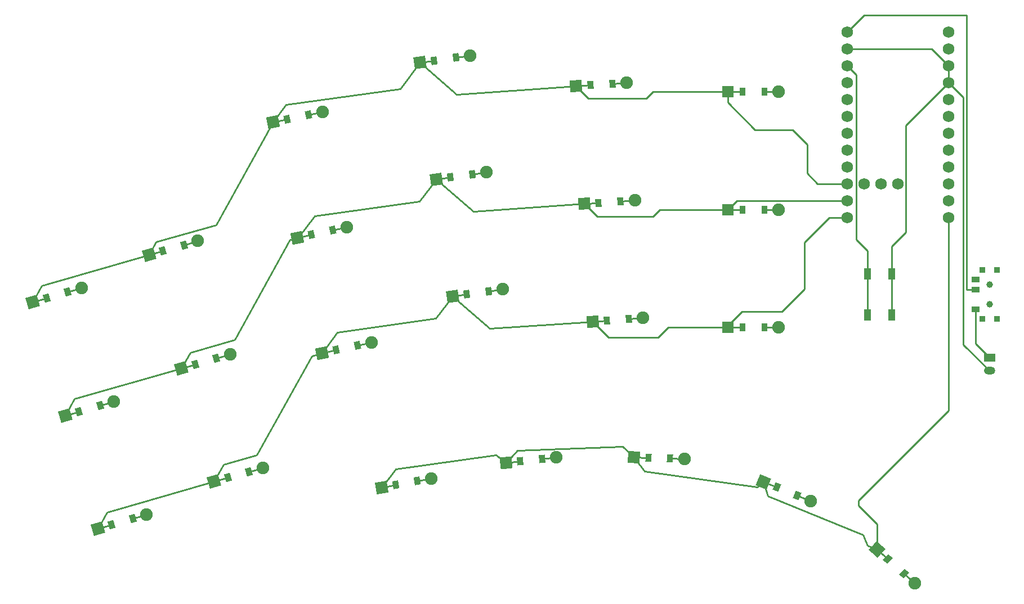
<source format=gbr>
%TF.GenerationSoftware,KiCad,Pcbnew,8.0.4*%
%TF.CreationDate,2024-08-02T12:22:31+01:00*%
%TF.ProjectId,left,6c656674-2e6b-4696-9361-645f70636258,v1.0.0*%
%TF.SameCoordinates,Original*%
%TF.FileFunction,Copper,L1,Top*%
%TF.FilePolarity,Positive*%
%FSLAX46Y46*%
G04 Gerber Fmt 4.6, Leading zero omitted, Abs format (unit mm)*
G04 Created by KiCad (PCBNEW 8.0.4) date 2024-08-02 12:22:31*
%MOMM*%
%LPD*%
G01*
G04 APERTURE LIST*
G04 Aperture macros list*
%AMRotRect*
0 Rectangle, with rotation*
0 The origin of the aperture is its center*
0 $1 length*
0 $2 width*
0 $3 Rotation angle, in degrees counterclockwise*
0 Add horizontal line*
21,1,$1,$2,0,0,$3*%
G04 Aperture macros list end*
%TA.AperFunction,SMDPad,CuDef*%
%ADD10RotRect,0.900000X1.200000X16.000000*%
%TD*%
%TA.AperFunction,ComponentPad*%
%ADD11RotRect,1.778000X1.778000X16.000000*%
%TD*%
%TA.AperFunction,ComponentPad*%
%ADD12C,1.905000*%
%TD*%
%TA.AperFunction,SMDPad,CuDef*%
%ADD13RotRect,0.900000X1.200000X12.000000*%
%TD*%
%TA.AperFunction,ComponentPad*%
%ADD14RotRect,1.778000X1.778000X12.000000*%
%TD*%
%TA.AperFunction,SMDPad,CuDef*%
%ADD15RotRect,0.900000X1.200000X8.000000*%
%TD*%
%TA.AperFunction,ComponentPad*%
%ADD16RotRect,1.778000X1.778000X8.000000*%
%TD*%
%TA.AperFunction,SMDPad,CuDef*%
%ADD17RotRect,0.900000X1.200000X4.000000*%
%TD*%
%TA.AperFunction,ComponentPad*%
%ADD18RotRect,1.778000X1.778000X4.000000*%
%TD*%
%TA.AperFunction,SMDPad,CuDef*%
%ADD19R,0.900000X1.200000*%
%TD*%
%TA.AperFunction,ComponentPad*%
%ADD20R,1.778000X1.778000*%
%TD*%
%TA.AperFunction,SMDPad,CuDef*%
%ADD21RotRect,0.900000X1.200000X10.000000*%
%TD*%
%TA.AperFunction,ComponentPad*%
%ADD22RotRect,1.778000X1.778000X10.000000*%
%TD*%
%TA.AperFunction,SMDPad,CuDef*%
%ADD23RotRect,0.900000X1.200000X6.000000*%
%TD*%
%TA.AperFunction,ComponentPad*%
%ADD24RotRect,1.778000X1.778000X6.000000*%
%TD*%
%TA.AperFunction,SMDPad,CuDef*%
%ADD25RotRect,0.900000X1.200000X358.000000*%
%TD*%
%TA.AperFunction,ComponentPad*%
%ADD26RotRect,1.778000X1.778000X358.000000*%
%TD*%
%TA.AperFunction,SMDPad,CuDef*%
%ADD27RotRect,0.900000X1.200000X338.000000*%
%TD*%
%TA.AperFunction,ComponentPad*%
%ADD28RotRect,1.778000X1.778000X338.000000*%
%TD*%
%TA.AperFunction,SMDPad,CuDef*%
%ADD29RotRect,0.900000X1.200000X318.000000*%
%TD*%
%TA.AperFunction,ComponentPad*%
%ADD30RotRect,1.778000X1.778000X318.000000*%
%TD*%
%TA.AperFunction,ComponentPad*%
%ADD31C,1.752600*%
%TD*%
%TA.AperFunction,ComponentPad*%
%ADD32R,1.700000X1.200000*%
%TD*%
%TA.AperFunction,ComponentPad*%
%ADD33O,1.700000X1.200000*%
%TD*%
%TA.AperFunction,SMDPad,CuDef*%
%ADD34R,1.100000X1.800000*%
%TD*%
%TA.AperFunction,WasherPad*%
%ADD35C,1.000000*%
%TD*%
%TA.AperFunction,SMDPad,CuDef*%
%ADD36R,1.250000X0.900000*%
%TD*%
%TA.AperFunction,SMDPad,CuDef*%
%ADD37R,0.900000X0.900000*%
%TD*%
%TA.AperFunction,Conductor*%
%ADD38C,0.250000*%
%TD*%
G04 APERTURE END LIST*
D10*
%TO.P,D1,1*%
%TO.N,P009*%
X131055871Y-170486643D03*
%TO.P,D1,2*%
%TO.N,first_bottom*%
X134228033Y-169577039D03*
D11*
%TO.P,D1,1*%
%TO.N,P009*%
X128979546Y-171082019D03*
D12*
%TO.P,D1,2*%
%TO.N,first_bottom*%
X136304358Y-168981663D03*
%TD*%
D10*
%TO.P,D2,1*%
%TO.N,P010*%
X126163308Y-153424255D03*
%TO.P,D2,2*%
%TO.N,first_home*%
X129335470Y-152514651D03*
D11*
%TO.P,D2,1*%
%TO.N,P010*%
X124086983Y-154019631D03*
D12*
%TO.P,D2,2*%
%TO.N,first_home*%
X131411795Y-151919275D03*
%TD*%
D10*
%TO.P,D3,1*%
%TO.N,P111*%
X121270748Y-136361862D03*
%TO.P,D3,2*%
%TO.N,first_top*%
X124442910Y-135452258D03*
D11*
%TO.P,D3,1*%
%TO.N,P111*%
X119194423Y-136957238D03*
D12*
%TO.P,D3,2*%
%TO.N,first_top*%
X126519235Y-134856882D03*
%TD*%
D10*
%TO.P,D4,1*%
%TO.N,P009*%
X148528249Y-163395928D03*
%TO.P,D4,2*%
%TO.N,second_bottom*%
X151700411Y-162486324D03*
D11*
%TO.P,D4,1*%
%TO.N,P009*%
X146451924Y-163991304D03*
D12*
%TO.P,D4,2*%
%TO.N,second_bottom*%
X153776736Y-161890948D03*
%TD*%
D10*
%TO.P,D5,1*%
%TO.N,P010*%
X143635697Y-146333526D03*
%TO.P,D5,2*%
%TO.N,second_home*%
X146807859Y-145423922D03*
D11*
%TO.P,D5,1*%
%TO.N,P010*%
X141559372Y-146928902D03*
D12*
%TO.P,D5,2*%
%TO.N,second_home*%
X148884184Y-144828546D03*
%TD*%
D10*
%TO.P,D6,1*%
%TO.N,P111*%
X138743128Y-129271127D03*
%TO.P,D6,2*%
%TO.N,second_top*%
X141915290Y-128361523D03*
D11*
%TO.P,D6,1*%
%TO.N,P111*%
X136666803Y-129866503D03*
D12*
%TO.P,D6,2*%
%TO.N,second_top*%
X143991615Y-127766147D03*
%TD*%
D13*
%TO.P,D7,1*%
%TO.N,P009*%
X164793069Y-144176806D03*
%TO.P,D7,2*%
%TO.N,third_bottom*%
X168020955Y-143490696D03*
D14*
%TO.P,D7,1*%
%TO.N,P009*%
X162680270Y-144625894D03*
D12*
%TO.P,D7,2*%
%TO.N,third_bottom*%
X170133754Y-143041608D03*
%TD*%
D13*
%TO.P,D8,1*%
%TO.N,P010*%
X161102643Y-126814694D03*
%TO.P,D8,2*%
%TO.N,third_home*%
X164330529Y-126128584D03*
D14*
%TO.P,D8,1*%
%TO.N,P010*%
X158989844Y-127263782D03*
D12*
%TO.P,D8,2*%
%TO.N,third_home*%
X166443328Y-125679496D03*
%TD*%
D13*
%TO.P,D9,1*%
%TO.N,P111*%
X157412209Y-109452563D03*
%TO.P,D9,2*%
%TO.N,third_top*%
X160640095Y-108766453D03*
D14*
%TO.P,D9,1*%
%TO.N,P111*%
X155299410Y-109901651D03*
D12*
%TO.P,D9,2*%
%TO.N,third_top*%
X162752894Y-108317365D03*
%TD*%
D15*
%TO.P,D10,1*%
%TO.N,P009*%
X184482531Y-135770963D03*
%TO.P,D10,2*%
%TO.N,fourth_bottom*%
X187750415Y-135311691D03*
D16*
%TO.P,D10,1*%
%TO.N,P009*%
X182343552Y-136071575D03*
D12*
%TO.P,D10,2*%
%TO.N,fourth_bottom*%
X189889394Y-135011079D03*
%TD*%
D15*
%TO.P,D11,1*%
%TO.N,P010*%
X182012208Y-118193699D03*
%TO.P,D11,2*%
%TO.N,fourth_home*%
X185280092Y-117734427D03*
D16*
%TO.P,D11,1*%
%TO.N,P010*%
X179873229Y-118494311D03*
D12*
%TO.P,D11,2*%
%TO.N,fourth_home*%
X187419071Y-117433815D03*
%TD*%
D15*
%TO.P,D12,1*%
%TO.N,P111*%
X179541886Y-100616438D03*
%TO.P,D12,2*%
%TO.N,fourth_top*%
X182809770Y-100157166D03*
D16*
%TO.P,D12,1*%
%TO.N,P111*%
X177402907Y-100917050D03*
D12*
%TO.P,D12,2*%
%TO.N,fourth_top*%
X184948749Y-99856554D03*
%TD*%
D17*
%TO.P,D13,1*%
%TO.N,P009*%
X205547132Y-139724968D03*
%TO.P,D13,2*%
%TO.N,fifth_bottom*%
X208839094Y-139494768D03*
D18*
%TO.P,D13,1*%
%TO.N,P009*%
X203392394Y-139875639D03*
D12*
%TO.P,D13,2*%
%TO.N,fifth_bottom*%
X210993832Y-139344097D03*
%TD*%
D17*
%TO.P,D14,1*%
%TO.N,P010*%
X204308960Y-122018208D03*
%TO.P,D14,2*%
%TO.N,fifth_home*%
X207600922Y-121788008D03*
D18*
%TO.P,D14,1*%
%TO.N,P010*%
X202154222Y-122168879D03*
D12*
%TO.P,D14,2*%
%TO.N,fifth_home*%
X209755660Y-121637337D03*
%TD*%
D17*
%TO.P,D15,1*%
%TO.N,P111*%
X203070780Y-104311438D03*
%TO.P,D15,2*%
%TO.N,fifth_top*%
X206362742Y-104081238D03*
D18*
%TO.P,D15,1*%
%TO.N,P111*%
X200916042Y-104462109D03*
D12*
%TO.P,D15,2*%
%TO.N,fifth_top*%
X208517480Y-103930567D03*
%TD*%
D19*
%TO.P,D16,1*%
%TO.N,P009*%
X225923647Y-140802129D03*
%TO.P,D16,2*%
%TO.N,sixth_bottom*%
X229223647Y-140802125D03*
D20*
%TO.P,D16,1*%
%TO.N,P009*%
X223763648Y-140802128D03*
D12*
%TO.P,D16,2*%
%TO.N,sixth_bottom*%
X231383646Y-140802126D03*
%TD*%
D19*
%TO.P,D17,1*%
%TO.N,P010*%
X225923651Y-123052136D03*
%TO.P,D17,2*%
%TO.N,sixth_home*%
X229223651Y-123052132D03*
D20*
%TO.P,D17,1*%
%TO.N,P010*%
X223763652Y-123052135D03*
D12*
%TO.P,D17,2*%
%TO.N,sixth_home*%
X231383650Y-123052133D03*
%TD*%
D19*
%TO.P,D18,1*%
%TO.N,P111*%
X225923656Y-105302138D03*
%TO.P,D18,2*%
%TO.N,sixth_top*%
X229223656Y-105302134D03*
D20*
%TO.P,D18,1*%
%TO.N,P111*%
X223763657Y-105302137D03*
D12*
%TO.P,D18,2*%
%TO.N,sixth_top*%
X231383655Y-105302135D03*
%TD*%
D21*
%TO.P,D19,1*%
%TO.N,P106*%
X173771376Y-164491750D03*
%TO.P,D19,2*%
%TO.N,first_only*%
X177021240Y-163918710D03*
D22*
%TO.P,D19,1*%
%TO.N,P106*%
X171644191Y-164866829D03*
D12*
%TO.P,D19,2*%
%TO.N,first_only*%
X179148425Y-163543631D03*
%TD*%
D23*
%TO.P,D20,1*%
%TO.N,P106*%
X192509020Y-160917860D03*
%TO.P,D20,2*%
%TO.N,second_only*%
X195790942Y-160572912D03*
D24*
%TO.P,D20,1*%
%TO.N,P106*%
X190360852Y-161143638D03*
D12*
%TO.P,D20,2*%
%TO.N,second_only*%
X197939110Y-160347134D03*
%TD*%
D25*
%TO.P,D21,1*%
%TO.N,P106*%
X211764402Y-160381541D03*
%TO.P,D21,2*%
%TO.N,third_only*%
X215062392Y-160496705D03*
D26*
%TO.P,D21,1*%
%TO.N,P106*%
X209605717Y-160306155D03*
D12*
%TO.P,D21,2*%
%TO.N,third_only*%
X217221077Y-160572091D03*
%TD*%
D27*
%TO.P,D22,1*%
%TO.N,P106*%
X231114469Y-164840716D03*
%TO.P,D22,2*%
%TO.N,fourth_only*%
X234174177Y-166076908D03*
D28*
%TO.P,D22,1*%
%TO.N,P106*%
X229111752Y-164031561D03*
D12*
%TO.P,D22,2*%
%TO.N,fourth_only*%
X236176894Y-166886063D03*
%TD*%
D29*
%TO.P,D23,1*%
%TO.N,P106*%
X247772463Y-175649060D03*
%TO.P,D23,2*%
%TO.N,fifth_only*%
X250224833Y-177857194D03*
D30*
%TO.P,D23,1*%
%TO.N,P106*%
X246167268Y-174203741D03*
D12*
%TO.P,D23,2*%
%TO.N,fifth_only*%
X251830028Y-179302513D03*
%TD*%
D31*
%TO.P,MCU1,1*%
%TO.N,P006*%
X256943657Y-96332138D03*
%TO.P,MCU1,2*%
%TO.N,P008*%
X256943656Y-98872131D03*
%TO.P,MCU1,3*%
%TO.N,GND*%
X256943656Y-101412133D03*
%TO.P,MCU1,4*%
X256943655Y-103952134D03*
%TO.P,MCU1,5*%
%TO.N,P017*%
X256943655Y-106492135D03*
%TO.P,MCU1,6*%
%TO.N,P020*%
X256943657Y-109032132D03*
%TO.P,MCU1,7*%
%TO.N,P022*%
X256943655Y-111572132D03*
%TO.P,MCU1,8*%
%TO.N,P024*%
X256943655Y-114112134D03*
%TO.P,MCU1,9*%
%TO.N,P100*%
X256943655Y-116652133D03*
%TO.P,MCU1,10*%
%TO.N,P011*%
X256943656Y-119192132D03*
%TO.P,MCU1,11*%
%TO.N,P104*%
X256943655Y-121732133D03*
%TO.P,MCU1,12*%
%TO.N,P106*%
X256943655Y-124272134D03*
%TO.P,MCU1,13*%
%TO.N,P009*%
X241703655Y-124272128D03*
%TO.P,MCU1,14*%
%TO.N,P010*%
X241703656Y-121732135D03*
%TO.P,MCU1,15*%
%TO.N,P111*%
X241703656Y-119192133D03*
%TO.P,MCU1,16*%
%TO.N,P113*%
X241703657Y-116652132D03*
%TO.P,MCU1,17*%
%TO.N,P115*%
X241703657Y-114112131D03*
%TO.P,MCU1,18*%
%TO.N,P002*%
X241703655Y-111572134D03*
%TO.P,MCU1,19*%
%TO.N,P029*%
X241703657Y-109032134D03*
%TO.P,MCU1,20*%
%TO.N,P031*%
X241703657Y-106492132D03*
%TO.P,MCU1,21*%
%TO.N,VCC*%
X241703657Y-103952133D03*
%TO.P,MCU1,22*%
%TO.N,RST*%
X241703656Y-101412134D03*
%TO.P,MCU1,23*%
%TO.N,GND*%
X241703657Y-98872133D03*
%TO.P,MCU1,24*%
%TO.N,RAW*%
X241703657Y-96332132D03*
%TO.P,MCU1,31*%
%TO.N,P101*%
X244243658Y-119192134D03*
%TO.P,MCU1,32*%
%TO.N,P102*%
X246783656Y-119192134D03*
%TO.P,MCU1,33*%
%TO.N,P107*%
X249323657Y-119192134D03*
%TD*%
D32*
%TO.P,JST1,1*%
%TO.N,pos*%
X263073648Y-145302129D03*
D33*
%TO.P,JST1,2*%
%TO.N,GND*%
X263073648Y-147302129D03*
%TD*%
D34*
%TO.P,B1,1*%
%TO.N,GND*%
X248423652Y-132702143D03*
X248423651Y-138902137D03*
%TO.P,B1,2*%
%TO.N,RST*%
X244723653Y-132702137D03*
X244723652Y-138902131D03*
%TD*%
D35*
%TO.P,T1,*%
%TO.N,*%
X263073645Y-137302138D03*
X263073647Y-134302138D03*
D36*
%TO.P,T1,1*%
%TO.N,pos*%
X260998648Y-138052138D03*
%TO.P,T1,2*%
%TO.N,RAW*%
X260998648Y-135052136D03*
%TO.P,T1,3*%
%TO.N,N/C*%
X260998646Y-133552138D03*
D37*
%TO.P,T1,*%
%TO.N,*%
X264173646Y-139502138D03*
X261973646Y-139502136D03*
X261973646Y-132102138D03*
X264173646Y-132102140D03*
%TD*%
D38*
%TO.N,P106*%
X244734557Y-173624889D02*
X246167267Y-174203739D01*
X244029604Y-171964122D02*
X244734557Y-173624889D01*
X229111762Y-164031552D02*
X229776390Y-166205448D01*
X229776390Y-166205448D02*
X244029604Y-171964122D01*
%TO.N,GND*%
X259157702Y-106166186D02*
X256943656Y-103952139D01*
X263073653Y-147302132D02*
X259157700Y-143386181D01*
X259157700Y-143386181D02*
X259157702Y-106166186D01*
X248423653Y-128585820D02*
X248423655Y-132702140D01*
X250524956Y-110370836D02*
X250524957Y-126484516D01*
X250524957Y-126484516D02*
X248423653Y-128585820D01*
X256943656Y-103952139D02*
X250524956Y-110370836D01*
X256943657Y-103952137D02*
X256943656Y-103952139D01*
X256943654Y-101412135D02*
X256943657Y-103952137D01*
X241703655Y-98872135D02*
X254403654Y-98872139D01*
X254403654Y-98872139D02*
X256943654Y-101412135D01*
%TO.N,RAW*%
X259607700Y-93801766D02*
X244234024Y-93801768D01*
X259607703Y-135001771D02*
X259607700Y-93801766D01*
X259658071Y-135052136D02*
X259607703Y-135001771D01*
X260998650Y-135052134D02*
X259658071Y-135052136D01*
X244234024Y-93801768D02*
X241703659Y-96332134D01*
%TO.N,pos*%
X260998649Y-143227132D02*
X260998645Y-138052141D01*
X263073647Y-145302130D02*
X260998649Y-143227132D01*
%TO.N,RST*%
X244723653Y-129248409D02*
X244723649Y-132702135D01*
X243042359Y-127567117D02*
X244723653Y-129248409D01*
X243042355Y-102750836D02*
X243042359Y-127567117D01*
X241703657Y-101412138D02*
X243042355Y-102750836D01*
X244723647Y-132702136D02*
X244723649Y-132702135D01*
X244723650Y-138902130D02*
X244723647Y-132702136D01*
%TO.N,GND*%
X248423654Y-138902134D02*
X248423653Y-138902137D01*
X248423655Y-132702140D02*
X248423654Y-138902134D01*
%TO.N,P106*%
X246167265Y-170361330D02*
X246167263Y-174203740D01*
X243407704Y-166801770D02*
X243407706Y-167601767D01*
X256943652Y-153265818D02*
X243407704Y-166801770D01*
X243407706Y-167601767D02*
X246167265Y-170361330D01*
X256943650Y-124272135D02*
X256943652Y-153265818D01*
%TO.N,P111*%
X146744082Y-125335862D02*
X146844530Y-125154647D01*
X137748348Y-127915349D02*
X146744082Y-125335862D01*
X237229159Y-119192136D02*
X235643136Y-117606113D01*
X241703657Y-119192139D02*
X237229159Y-119192136D01*
X233443132Y-111006111D02*
X235643140Y-113206110D01*
X227843134Y-111006111D02*
X233443132Y-111006111D01*
X223763654Y-106926637D02*
X227843134Y-111006111D01*
X235643140Y-113206110D02*
X235643136Y-117606113D01*
X223763652Y-105302138D02*
X223763654Y-106926637D01*
%TO.N,P010*%
X225083644Y-121732136D02*
X223763652Y-123052131D01*
X241703656Y-121732139D02*
X225083644Y-121732136D01*
%TO.N,P009*%
X225843139Y-138406113D02*
X223763654Y-140485599D01*
X223763654Y-140485599D02*
X223763652Y-140802127D01*
X235243133Y-135006114D02*
X231843139Y-138406114D01*
X238977114Y-124272132D02*
X235243137Y-128006117D01*
X241703657Y-124272134D02*
X238977114Y-124272132D01*
X235243137Y-128006117D02*
X235243133Y-135006114D01*
X231843139Y-138406114D02*
X225843139Y-138406113D01*
%TO.N,P106*%
X228113256Y-164783977D02*
X229111760Y-164031554D01*
X211187470Y-162405214D02*
X228113256Y-164783977D01*
X209605717Y-160306157D02*
X211187470Y-162405214D01*
%TO.N,P009*%
X214754433Y-140802129D02*
X223763651Y-140802128D01*
X205796909Y-142280154D02*
X213276410Y-142280157D01*
X203392390Y-139875643D02*
X205796909Y-142280154D01*
X213276410Y-142280157D02*
X214754433Y-140802129D01*
%TO.N,P010*%
X213504428Y-123052136D02*
X223763651Y-123052132D01*
X212476409Y-124080150D02*
X213504428Y-123052136D01*
X204065502Y-124080155D02*
X212476409Y-124080150D01*
X202154220Y-122168878D02*
X204065502Y-124080155D01*
%TO.N,P111*%
X212454434Y-105302133D02*
X223763651Y-105302138D01*
X202734087Y-106280156D02*
X211476405Y-106280156D01*
X211476405Y-106280156D02*
X212454434Y-105302133D01*
X200916039Y-104462109D02*
X202734087Y-106280156D01*
%TO.N,P106*%
X190360849Y-161143638D02*
X192105650Y-159272561D01*
X192105650Y-159272561D02*
X207905641Y-158720814D01*
X207905641Y-158720814D02*
X209605717Y-160306156D01*
%TO.N,P009*%
X187960965Y-140954713D02*
X203392392Y-139875638D01*
X182343553Y-136071577D02*
X187960965Y-140954713D01*
%TO.N,P010*%
X185444486Y-123337336D02*
X202154221Y-122168878D01*
X179873234Y-118494317D02*
X185444486Y-123337336D01*
%TO.N,P111*%
X182928016Y-105719953D02*
X200916039Y-104462109D01*
X177402906Y-100917054D02*
X182928016Y-105719953D01*
%TO.N,P106*%
X173775022Y-162096688D02*
X188819696Y-159982297D01*
X171692711Y-164860006D02*
X173775022Y-162096688D01*
X188819696Y-159982297D02*
X190360849Y-161143638D01*
X171644190Y-164866829D02*
X171692711Y-164860006D01*
%TO.N,P009*%
X179807861Y-139436555D02*
X182343553Y-136071577D01*
X165025150Y-141514128D02*
X179807861Y-139436555D01*
X162680264Y-144625895D02*
X165025150Y-141514128D01*
%TO.N,P010*%
X177380093Y-121802819D02*
X179873232Y-118494315D01*
X161557780Y-124026497D02*
X177380093Y-121802819D01*
X159133534Y-127243576D02*
X161557780Y-124026497D01*
X158989837Y-127263777D02*
X159133534Y-127243576D01*
%TO.N,P111*%
X157292341Y-107256933D02*
X174441666Y-104846756D01*
X174441666Y-104846756D02*
X177402906Y-100917054D01*
X155299401Y-109901648D02*
X157292341Y-107256933D01*
%TO.N,P009*%
X161151227Y-145064341D02*
X162680264Y-144625895D01*
X152879429Y-159987061D02*
X161151227Y-145064341D01*
X147876281Y-161421690D02*
X152879429Y-159987061D01*
X146451928Y-163991297D02*
X147876281Y-161421690D01*
%TO.N,P010*%
X157911230Y-127573062D02*
X158989837Y-127263777D01*
X149566231Y-142627836D02*
X157911230Y-127573062D01*
X142880885Y-144544828D02*
X149566231Y-142627836D01*
X141559367Y-146928898D02*
X142880885Y-144544828D01*
%TO.N,P111*%
X146844530Y-125154647D02*
X155299401Y-109901648D01*
X136666800Y-129866506D02*
X137748348Y-127915349D01*
%TO.N,P009*%
X130350798Y-168608221D02*
X146451928Y-163991297D01*
X128979551Y-171082019D02*
X130350798Y-168608221D01*
%TO.N,P010*%
X125458234Y-151545827D02*
X141559367Y-146928898D01*
X124086986Y-154019628D02*
X125458234Y-151545827D01*
%TO.N,P111*%
X119194425Y-136957231D02*
X120565674Y-134483427D01*
X120565674Y-134483427D02*
X136666800Y-129866506D01*
%TO.N,P106*%
X246167268Y-174203742D02*
X246167271Y-174203738D01*
X247772456Y-175649062D02*
X246167268Y-174203742D01*
%TO.N,fifth_only*%
X250224835Y-177857191D02*
X250224834Y-177857194D01*
X251830030Y-179302523D02*
X250224835Y-177857191D01*
%TO.N,fourth_only*%
X236176890Y-166886070D02*
X236176902Y-166886058D01*
X234174180Y-166076910D02*
X236176890Y-166886070D01*
%TO.N,P106*%
X231114471Y-164840713D02*
X231114470Y-164840720D01*
X229111757Y-164031563D02*
X231114471Y-164840713D01*
%TO.N,P009*%
X223763647Y-140802135D02*
X223763650Y-140802136D01*
X225923647Y-140802131D02*
X223763647Y-140802135D01*
%TO.N,sixth_bottom*%
X229223647Y-140802130D02*
X229223647Y-140802129D01*
X231383656Y-140802137D02*
X229223647Y-140802130D01*
%TO.N,P010*%
X223763651Y-123052132D02*
X223763658Y-123052132D01*
X225923650Y-123052133D02*
X223763651Y-123052132D01*
%TO.N,sixth_home*%
X229223654Y-123052128D02*
X229223654Y-123052126D01*
X231383654Y-123052122D02*
X229223654Y-123052128D01*
%TO.N,P111*%
X223763649Y-105302134D02*
X223763649Y-105302132D01*
X225923647Y-105302136D02*
X223763649Y-105302134D01*
%TO.N,sixth_top*%
X229223639Y-105302135D02*
X229223642Y-105302132D01*
X231383653Y-105302139D02*
X229223639Y-105302135D01*
%TO.N,P106*%
X209605715Y-160306168D02*
X209605720Y-160306168D01*
X211764396Y-160381558D02*
X209605715Y-160306168D01*
%TO.N,third_only*%
X215062392Y-160496713D02*
X215062394Y-160496710D01*
X217221077Y-160572096D02*
X215062392Y-160496713D01*
%TO.N,P009*%
X205547131Y-139724964D02*
X205547132Y-139724977D01*
X203392391Y-139875637D02*
X205547131Y-139724964D01*
%TO.N,fifth_bottom*%
X208839089Y-139494772D02*
X208839086Y-139494773D01*
X210993829Y-139344098D02*
X208839089Y-139494772D01*
%TO.N,fifth_home*%
X209755660Y-121637330D02*
X209755663Y-121637333D01*
X207600922Y-121788011D02*
X209755660Y-121637330D01*
%TO.N,P010*%
X204308958Y-122018202D02*
X204308952Y-122018205D01*
X202154220Y-122168887D02*
X204308958Y-122018202D01*
%TO.N,fifth_top*%
X208517480Y-103930567D02*
X208517482Y-103930573D01*
X206362743Y-104081246D02*
X208517480Y-103930567D01*
%TO.N,P111*%
X200916041Y-104462115D02*
X203070782Y-104311442D01*
X203070782Y-104311442D02*
X203070785Y-104311443D01*
%TO.N,second_only*%
X197939108Y-160347127D02*
X197939106Y-160347138D01*
X195790945Y-160572910D02*
X197939108Y-160347127D01*
%TO.N,P106*%
X190360844Y-161143639D02*
X192509015Y-160917850D01*
X192509015Y-160917850D02*
X192509021Y-160917848D01*
%TO.N,P009*%
X182343556Y-136071580D02*
X182343558Y-136071578D01*
X184482534Y-135770957D02*
X182343556Y-136071580D01*
%TO.N,fourth_bottom*%
X187750418Y-135311690D02*
X187750420Y-135311687D01*
X189889395Y-135011080D02*
X187750418Y-135311690D01*
%TO.N,P010*%
X179873236Y-118494313D02*
X179873236Y-118494315D01*
X182012204Y-118193699D02*
X179873236Y-118494313D01*
%TO.N,fourth_home*%
X185280099Y-117734428D02*
X185280097Y-117734433D01*
X187419078Y-117433812D02*
X185280099Y-117734428D01*
%TO.N,fourth_top*%
X184948751Y-99856556D02*
X184948754Y-99856560D01*
X182809767Y-100157176D02*
X184948751Y-99856556D01*
%TO.N,P111*%
X177402910Y-100917056D02*
X179541899Y-100616442D01*
X179541899Y-100616442D02*
X179541899Y-100616441D01*
%TO.N,first_only*%
X177021235Y-163918706D02*
X179148423Y-163543632D01*
%TO.N,P106*%
X171644191Y-164866821D02*
X173771379Y-164491749D01*
%TO.N,P009*%
X164793067Y-144176799D02*
X162680261Y-144625900D01*
%TO.N,third_bottom*%
X170133754Y-143041608D02*
X168020959Y-143490703D01*
%TO.N,P010*%
X161102635Y-126814693D02*
X158989833Y-127263778D01*
%TO.N,third_home*%
X166443320Y-125679490D02*
X164330519Y-126128577D01*
%TO.N,third_top*%
X160640096Y-108766460D02*
X162752898Y-108317366D01*
%TO.N,P111*%
X155299402Y-109901646D02*
X157412198Y-109452562D01*
%TO.N,second_top*%
X141915289Y-128361526D02*
X143991622Y-127766158D01*
%TO.N,P111*%
X136666801Y-129866504D02*
X138743122Y-129271126D01*
%TO.N,second_home*%
X146807857Y-145423926D02*
X148884179Y-144828554D01*
%TO.N,P010*%
X141559364Y-146928903D02*
X143635701Y-146333530D01*
%TO.N,second_bottom*%
X151700418Y-162486320D02*
X153776753Y-161890949D01*
%TO.N,P009*%
X146451933Y-163991301D02*
X148528259Y-163395920D01*
%TO.N,first_bottom*%
X134228033Y-169577052D02*
X136304353Y-168981658D01*
%TO.N,P009*%
X128979560Y-171082017D02*
X131055873Y-170486638D01*
%TO.N,P010*%
X126163310Y-153424245D02*
X124086980Y-154019622D01*
%TO.N,first_home*%
X131411798Y-151919268D02*
X129335477Y-152514643D01*
%TO.N,first_top*%
X124442914Y-135452253D02*
X126519243Y-134856874D01*
%TO.N,P111*%
X119194417Y-136957233D02*
X121270736Y-136361856D01*
%TD*%
M02*

</source>
